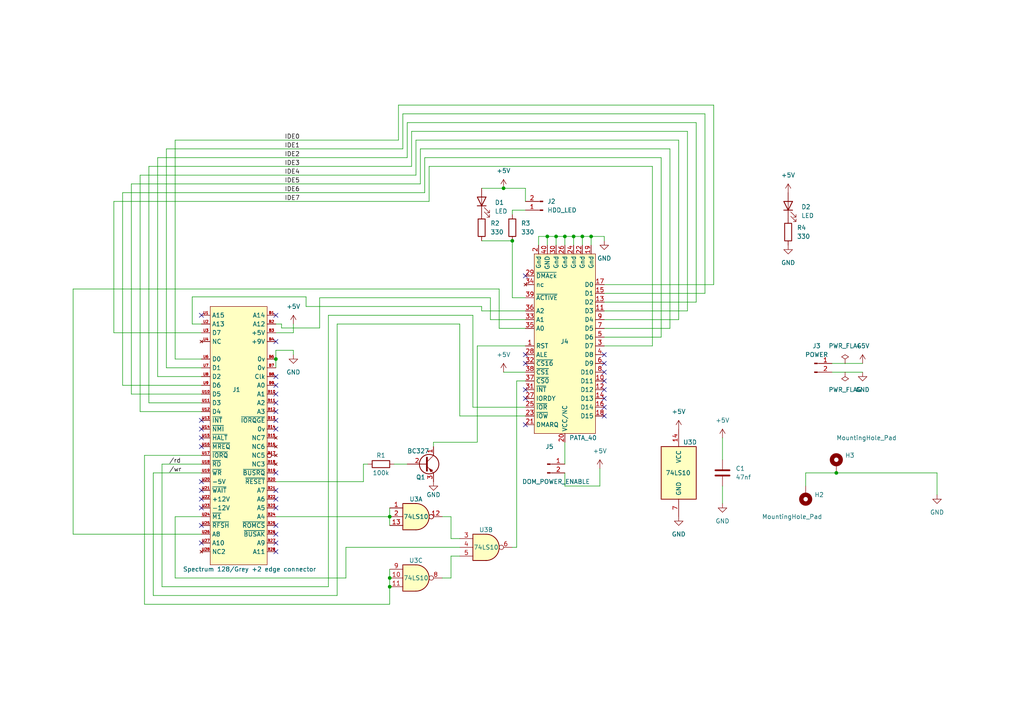
<source format=kicad_sch>
(kicad_sch (version 20211123) (generator eeschema)
  (paper "A4")
  (title_block (title "Simple 8 bit IDE interface with added Buffers") (date "1") (rev "1") (company "Graham Salkin") (comment 1 "Originally by Pera Putnik") (comment 2 "http://www.projectspeccy.com/8-Bit_IDE/Simple_8-bit_IDE_IF_for_Spectrum_+3_v1.0.pdf") (comment 3 "Based on "))
  (lib_symbols
    (symbol "74xx:74LS10" (pin_names (offset 1.016))
      (property "Reference" "U" (at 0 1.27 0))
      (property "Value" "74LS10" (at 0 -1.27 0))
      (symbol "74LS10_1_1"
        (arc (start 0 -3.81) (mid 3.81 0) (end 0 3.81) (stroke (width 0.254)) (fill (type background)))
        (polyline (pts (xy 0 3.81) (xy -3.81 3.81) (xy -3.81 -3.81) (xy 0 -3.81)) (stroke (width 0.254)) (fill (type background)))
        (pin input line (at -7.62 2.54 0) (length 3.81) (name "~") (number "1"))
        (pin output inverted (at 7.62 0 180) (length 3.81) (name "~") (number "12"))
        (pin input line (at -7.62 -2.54 0) (length 3.81) (name "~") (number "13"))
        (pin input line (at -7.62 0 0) (length 3.81) (name "~") (number "2"))
      )
      (symbol "74LS10_1_2"
        (arc (start -3.81 -3.81) (mid -2.589 0) (end -3.81 3.81) (stroke (width 0.254)))
        (arc (start -0.6096 -3.81) (mid 2.1855 -2.584) (end 3.81 0) (stroke (width 0.254)) (fill (type background)))
        (polyline (pts (xy -3.81 -3.81) (xy -0.635 -3.81)) (stroke (width 0.254)) (fill (type background)))
        (polyline (pts (xy -3.81 3.81) (xy -0.635 3.81)) (stroke (width 0.254)) (fill (type background)))
        (polyline (pts (xy -0.635 3.81) (xy -3.81 3.81) (xy -3.81 3.81) (xy -3.556 3.4036) (xy -3.0226 2.2606) (xy -2.6924 1.0414) (xy -2.6162 -0.254) (xy -2.7686 -1.4986) (xy -3.175 -2.7178) (xy -3.81 -3.81) (xy -3.81 -3.81) (xy -0.635 -3.81)) (stroke (width -25.4)) (fill (type background)))
        (arc (start 3.81 0) (mid 2.1928 2.5925) (end -0.6096 3.81) (stroke (width 0.254)) (fill (type background)))
        (pin input inverted (at -7.62 2.54 0) (length 4.318) (name "~") (number "1"))
        (pin output line (at 7.62 0 180) (length 3.81) (name "~") (number "12"))
        (pin input inverted (at -7.62 -2.54 0) (length 4.318) (name "~") (number "13"))
        (pin input inverted (at -7.62 0 0) (length 4.953) (name "~") (number "2"))
      )
      (symbol "74LS10_2_1"
        (arc (start 0 -3.81) (mid 3.81 0) (end 0 3.81) (stroke (width 0.254)) (fill (type background)))
        (polyline (pts (xy 0 3.81) (xy -3.81 3.81) (xy -3.81 -3.81) (xy 0 -3.81)) (stroke (width 0.254)) (fill (type background)))
        (pin input line (at -7.62 2.54 0) (length 3.81) (name "~") (number "3"))
        (pin input line (at -7.62 0 0) (length 3.81) (name "~") (number "4"))
        (pin input line (at -7.62 -2.54 0) (length 3.81) (name "~") (number "5"))
        (pin output inverted (at 7.62 0 180) (length 3.81) (name "~") (number "6"))
      )
      (symbol "74LS10_2_2"
        (arc (start -3.81 -3.81) (mid -2.589 0) (end -3.81 3.81) (stroke (width 0.254)))
        (arc (start -0.6096 -3.81) (mid 2.1855 -2.584) (end 3.81 0) (stroke (width 0.254)) (fill (type background)))
        (polyline (pts (xy -3.81 -3.81) (xy -0.635 -3.81)) (stroke (width 0.254)) (fill (type background)))
        (polyline (pts (xy -3.81 3.81) (xy -0.635 3.81)) (stroke (width 0.254)) (fill (type background)))
        (polyline (pts (xy -0.635 3.81) (xy -3.81 3.81) (xy -3.81 3.81) (xy -3.556 3.4036) (xy -3.0226 2.2606) (xy -2.6924 1.0414) (xy -2.6162 -0.254) (xy -2.7686 -1.4986) (xy -3.175 -2.7178) (xy -3.81 -3.81) (xy -3.81 -3.81) (xy -0.635 -3.81)) (stroke (width -25.4)) (fill (type background)))
        (arc (start 3.81 0) (mid 2.1928 2.5925) (end -0.6096 3.81) (stroke (width 0.254)) (fill (type background)))
        (pin input inverted (at -7.62 2.54 0) (length 4.318) (name "~") (number "3"))
        (pin input inverted (at -7.62 0 0) (length 4.953) (name "~") (number "4"))
        (pin input inverted (at -7.62 -2.54 0) (length 4.318) (name "~") (number "5"))
        (pin output line (at 7.62 0 180) (length 3.81) (name "~") (number "6"))
      )
      (symbol "74LS10_3_1"
        (arc (start 0 -3.81) (mid 3.81 0) (end 0 3.81) (stroke (width 0.254)) (fill (type background)))
        (polyline (pts (xy 0 3.81) (xy -3.81 3.81) (xy -3.81 -3.81) (xy 0 -3.81)) (stroke (width 0.254)) (fill (type background)))
        (pin input line (at -7.62 0 0) (length 3.81) (name "~") (number "10"))
        (pin input line (at -7.62 -2.54 0) (length 3.81) (name "~") (number "11"))
        (pin output inverted (at 7.62 0 180) (length 3.81) (name "~") (number "8"))
        (pin input line (at -7.62 2.54 0) (length 3.81) (name "~") (number "9"))
      )
      (symbol "74LS10_3_2"
        (arc (start -3.81 -3.81) (mid -2.589 0) (end -3.81 3.81) (stroke (width 0.254)))
        (arc (start -0.6096 -3.81) (mid 2.1855 -2.584) (end 3.81 0) (stroke (width 0.254)) (fill (type background)))
        (polyline (pts (xy -3.81 -3.81) (xy -0.635 -3.81)) (stroke (width 0.254)) (fill (type background)))
        (polyline (pts (xy -3.81 3.81) (xy -0.635 3.81)) (stroke (width 0.254)) (fill (type background)))
        (polyline (pts (xy -0.635 3.81) (xy -3.81 3.81) (xy -3.81 3.81) (xy -3.556 3.4036) (xy -3.0226 2.2606) (xy -2.6924 1.0414) (xy -2.6162 -0.254) (xy -2.7686 -1.4986) (xy -3.175 -2.7178) (xy -3.81 -3.81) (xy -3.81 -3.81) (xy -0.635 -3.81)) (stroke (width -25.4)) (fill (type background)))
        (arc (start 3.81 0) (mid 2.1928 2.5925) (end -0.6096 3.81) (stroke (width 0.254)) (fill (type background)))
        (pin input inverted (at -7.62 0 0) (length 4.953) (name "~") (number "10"))
        (pin input inverted (at -7.62 -2.54 0) (length 4.318) (name "~") (number "11"))
        (pin output line (at 7.62 0 180) (length 3.81) (name "~") (number "8"))
        (pin input inverted (at -7.62 2.54 0) (length 4.318) (name "~") (number "9"))
      )
      (symbol "74LS10_4_0"
        (pin power_in line (at 0 12.7 270) (length 5.08) (name "VCC") (number "14"))
        (pin power_in line (at 0 -12.7 90) (length 5.08) (name "GND") (number "7"))
      )
      (symbol "74LS10_4_1"
        (rectangle (start -5.08 7.62) (end 5.08 -7.62) (stroke (width 0.254)) (fill (type background)))
      )
    )
    (symbol "Connector:Conn_01x02_Male" (pin_names (offset 1.016) hide)
      (property "Reference" "J" (at 0 2.54 0))
      (property "Value" "Conn_01x02_Male" (at 0 -5.08 0))
      (symbol "Conn_01x02_Male_1_1"
        (polyline (pts (xy 1.27 -2.54) (xy 0.8636 -2.54)) (stroke (width 0.1524)))
        (polyline (pts (xy 1.27 0) (xy 0.8636 0)) (stroke (width 0.1524)))
        (rectangle (start 0.8636 -2.413) (end 0 -2.667) (stroke (width 0.1524)) (fill (type outline)))
        (rectangle (start 0.8636 0.127) (end 0 -0.127) (stroke (width 0.1524)) (fill (type outline)))
        (pin passive line (at 5.08 0 180) (length 3.81) (name "Pin_1") (number "1"))
        (pin passive line (at 5.08 -2.54 180) (length 3.81) (name "Pin_2") (number "2"))
      )
    )
    (symbol "Device:C" (pin_numbers hide) (pin_names (offset 0.254))
      (property "Reference" "C" (at 0.635 2.54 0))
      (property "Value" "C" (at 0.635 -2.54 0))
      (symbol "C_0_1"
        (polyline (pts (xy -2.032 -0.762) (xy 2.032 -0.762)) (stroke (width 0.508)))
        (polyline (pts (xy -2.032 0.762) (xy 2.032 0.762)) (stroke (width 0.508)))
      )
      (symbol "C_1_1"
        (pin passive line (at 0 3.81 270) (length 2.794) (name "~") (number "1"))
        (pin passive line (at 0 -3.81 90) (length 2.794) (name "~") (number "2"))
      )
    )
    (symbol "Device:LED" (pin_numbers hide) (pin_names (offset 1.016) hide)
      (property "Reference" "D" (at 0 2.54 0))
      (property "Value" "LED" (at 0 -2.54 0))
      (symbol "LED_0_1"
        (polyline (pts (xy -1.27 -1.27) (xy -1.27 1.27)) (stroke (width 0.254)))
        (polyline (pts (xy -1.27 0) (xy 1.27 0)))
        (polyline (pts (xy 1.27 -1.27) (xy 1.27 1.27) (xy -1.27 0) (xy 1.27 -1.27)) (stroke (width 0.254)))
        (polyline (pts (xy -3.048 -0.762) (xy -4.572 -2.286) (xy -3.81 -2.286) (xy -4.572 -2.286) (xy -4.572 -1.524)))
        (polyline (pts (xy -1.778 -0.762) (xy -3.302 -2.286) (xy -2.54 -2.286) (xy -3.302 -2.286) (xy -3.302 -1.524)))
      )
      (symbol "LED_1_1"
        (pin passive line (at -3.81 0 0) (length 2.54) (name "K") (number "1"))
        (pin passive line (at 3.81 0 180) (length 2.54) (name "A") (number "2"))
      )
    )
    (symbol "Device:R" (pin_numbers hide) (pin_names (offset 0))
      (property "Reference" "R" (at 2.032 0 90))
      (property "Value" "R" (at 0 0 90))
      (symbol "R_0_1"
        (rectangle (start -1.016 -2.54) (end 1.016 2.54) (stroke (width 0.254)))
      )
      (symbol "R_1_1"
        (pin passive line (at 0 3.81 270) (length 1.27) (name "~") (number "1"))
        (pin passive line (at 0 -3.81 90) (length 1.27) (name "~") (number "2"))
      )
    )
    (symbol "Mechanical:MountingHole_Pad" (pin_numbers hide) (pin_names (offset 1.016) hide)
      (property "Reference" "H" (at 0 6.35 0))
      (property "Value" "MountingHole_Pad" (at 0 4.445 0))
      (symbol "MountingHole_Pad_0_1"
        (circle (center 0 1.27) (radius 1.27) (stroke (width 1.27)))
      )
      (symbol "MountingHole_Pad_1_1"
        (pin input line (at 0 -2.54 90) (length 2.54) (name "1") (number "1"))
      )
    )
    (symbol "Misc:PATA_40"
      (property "Reference" "J" (at 3.81 -2.54 90))
      (property "Value" "PATA_40" (at 3.81 -10.16 90))
      (symbol "PATA_40_0_1"
        (rectangle (start -5.08 20.32) (end 12.7 -31.75) (stroke (width 0.1524)) (fill (type background)))
      )
      (symbol "PATA_40_1_1"
        (pin input line (at 15.24 -5.08 180) (length 2.54) (name "RST") (number "1"))
        (pin bidirectional line (at -7.62 5.08 0) (length 2.54) (name "D11") (number "10"))
        (pin bidirectional line (at -7.62 -15.24 0) (length 2.54) (name "D3") (number "11"))
        (pin bidirectional line (at -7.62 7.62 0) (length 2.54) (name "D12") (number "12"))
        (pin bidirectional line (at -7.62 -17.78 0) (length 2.54) (name "D2") (number "13"))
        (pin bidirectional line (at -7.62 10.16 0) (length 2.54) (name "D13") (number "14"))
        (pin bidirectional line (at -7.62 -20.32 0) (length 2.54) (name "D1") (number "15"))
        (pin bidirectional line (at -7.62 12.7 0) (length 2.54) (name "D14") (number "16"))
        (pin bidirectional line (at -7.62 -22.86 0) (length 2.54) (name "D0") (number "17"))
        (pin output line (at -7.62 15.24 0) (length 2.54) (name "D15") (number "18"))
        (pin power_in line (at -3.81 -34.29 90) (length 2.54) (name "Gnd") (number "19"))
        (pin power_in line (at 11.43 -34.29 90) (length 2.54) (name "Gnd") (number "2"))
        (pin power_in line (at 3.81 22.86 270) (length 2.54) (name "VCC/NC") (number "20"))
        (pin output line (at 15.24 17.78 180) (length 2.54) (name "DMARQ") (number "21"))
        (pin power_in line (at -1.27 -34.29 90) (length 2.54) (name "Gnd") (number "22"))
        (pin input line (at 15.24 15.24 180) (length 2.54) (name "~{IOW}") (number "23"))
        (pin power_in line (at 1.27 -34.29 90) (length 2.54) (name "Gnd") (number "24"))
        (pin input line (at 15.24 12.7 180) (length 2.54) (name "~{IOR}") (number "25"))
        (pin power_in line (at 3.81 -34.29 90) (length 2.54) (name "Gnd") (number "26"))
        (pin output line (at 15.24 10.16 180) (length 2.54) (name "IORDY") (number "27"))
        (pin input line (at 15.24 -2.54 180) (length 2.54) (name "ALE") (number "28"))
        (pin output line (at 15.24 -25.4 180) (length 2.54) (name "~{DMAck}") (number "29"))
        (pin bidirectional line (at -7.62 -5.08 0) (length 2.54) (name "D7") (number "3"))
        (pin power_in line (at 6.35 -34.29 90) (length 2.54) (name "Gnd") (number "30"))
        (pin output line (at 15.24 7.62 180) (length 2.54) (name "~{INT}") (number "31"))
        (pin input line (at 15.24 0 180) (length 2.54) (name "~{CS16}") (number "32"))
        (pin input line (at 15.24 -12.7 180) (length 2.54) (name "A1") (number "33"))
        (pin no_connect line (at 15.24 -22.86 180) (length 2.54) (name "nc") (number "34"))
        (pin input line (at 15.24 -10.16 180) (length 2.54) (name "A0") (number "35"))
        (pin input line (at 15.24 -15.24 180) (length 2.54) (name "A2") (number "36"))
        (pin input line (at 15.24 5.08 180) (length 2.54) (name "~{CS0}") (number "37"))
        (pin input line (at 15.24 2.54 180) (length 2.54) (name "~{CS1}") (number "38"))
        (pin input line (at 15.24 -19.05 180) (length 2.54) (name "~{ACTIVE}") (number "39"))
        (pin bidirectional line (at -7.62 -2.54 0) (length 2.54) (name "D8") (number "4"))
        (pin power_in line (at 8.89 -34.29 90) (length 2.54) (name "GND") (number "40"))
        (pin bidirectional line (at -7.62 -7.62 0) (length 2.54) (name "D6") (number "5"))
        (pin bidirectional line (at -7.62 0 0) (length 2.54) (name "D9") (number "6"))
        (pin bidirectional line (at -7.62 -10.16 0) (length 2.54) (name "D5") (number "7"))
        (pin bidirectional line (at -7.62 2.54 0) (length 2.54) (name "D10") (number "8"))
        (pin bidirectional line (at -7.62 -12.7 0) (length 2.54) (name "D4") (number "9"))
      )
    )
    (symbol "Spectrum:Spectrum 128{slash}Grey +2 edge connector"
      (property "Reference" "J" (at -5.08 25.4 0))
      (property "Value" "Spectrum 128{slash}Grey +2 edge connector" (at -2.54 -38.1 0))
      (symbol "Spectrum 128{slash}Grey +2 edge connector_0_1"
        (rectangle (start -10.16 38.1) (end 6.35 -36.83) (stroke (width 0.1524)) (fill (type background)))
      )
      (symbol "Spectrum 128{slash}Grey +2 edge connector_1_1"
        (pin bidirectional line (at 8.89 35.56 180) (length 2.54) (name "A14") (number "B1"))
        (pin bidirectional line (at 8.89 12.7 180) (length 2.54) (name "A1") (number "B10"))
        (pin bidirectional line (at 8.89 10.16 180) (length 2.54) (name "A2") (number "B11"))
        (pin bidirectional line (at 8.89 7.62 180) (length 2.54) (name "A3") (number "B12"))
        (pin bidirectional line (at 8.89 5.08 180) (length 2.54) (name "~{IORQGE}") (number "B13"))
        (pin bidirectional line (at 8.89 2.54 180) (length 2.54) (name "0v") (number "B14"))
        (pin no_connect line (at 8.89 0 180) (length 2.54) (name "NC7") (number "B15"))
        (pin no_connect line (at 8.89 -2.54 180) (length 2.54) (name "NC6") (number "B16"))
        (pin no_connect inverted (at 8.89 -5.08 180) (length 2.54) (name "NC5") (number "B17"))
        (pin no_connect line (at 8.89 -7.62 180) (length 2.54) (name "NC3") (number "B18"))
        (pin bidirectional line (at 8.89 -10.16 180) (length 2.54) (name "~{BUSRQ}") (number "B19"))
        (pin bidirectional line (at 8.89 33.02 180) (length 2.54) (name "A12") (number "B2"))
        (pin bidirectional line (at 8.89 -12.7 180) (length 2.54) (name "~{RESET}") (number "B20"))
        (pin bidirectional line (at 8.89 -15.24 180) (length 2.54) (name "A7") (number "B21"))
        (pin tri_state line (at 8.89 -17.78 180) (length 2.54) (name "A6") (number "B22"))
        (pin bidirectional line (at 8.89 -20.32 180) (length 2.54) (name "A5") (number "B23"))
        (pin bidirectional line (at 8.89 -22.86 180) (length 2.54) (name "A4") (number "B24"))
        (pin bidirectional line (at 8.89 -25.4 180) (length 2.54) (name "~{ROMCS}") (number "B25"))
        (pin bidirectional line (at 8.89 -27.94 180) (length 2.54) (name "~{BUSAK}") (number "B26"))
        (pin bidirectional line (at 8.89 -30.48 180) (length 2.54) (name "A9") (number "B27"))
        (pin bidirectional line (at 8.89 -33.02 180) (length 2.54) (name "A11") (number "B28"))
        (pin bidirectional line (at 8.89 30.48 180) (length 2.54) (name "+5V") (number "B3"))
        (pin bidirectional line (at 8.89 27.94 180) (length 2.54) (name "+9V") (number "B4"))
        (pin bidirectional line (at 8.89 22.86 180) (length 2.54) (name "0v") (number "B6"))
        (pin bidirectional line (at 8.89 20.32 180) (length 2.54) (name "0v") (number "B7"))
        (pin bidirectional line (at 8.89 17.78 180) (length 2.54) (name "Clk") (number "B8"))
        (pin bidirectional line (at 8.89 15.24 180) (length 2.54) (name "A0") (number "B9"))
        (pin bidirectional line (at -12.7 35.56 0) (length 2.54) (name "A15") (number "U1"))
        (pin bidirectional line (at -12.7 12.7 0) (length 2.54) (name "D5") (number "U10"))
        (pin bidirectional line (at -12.7 10.16 0) (length 2.54) (name "D3") (number "U11"))
        (pin bidirectional line (at -12.7 7.62 0) (length 2.54) (name "D4") (number "U12"))
        (pin bidirectional line (at -12.7 5.08 0) (length 2.54) (name "~{INT}") (number "U13"))
        (pin bidirectional line (at -12.7 2.54 0) (length 2.54) (name "~{NMI}") (number "U14"))
        (pin bidirectional line (at -12.7 0 0) (length 2.54) (name "~{HALT}") (number "U15"))
        (pin bidirectional line (at -12.7 -2.54 0) (length 2.54) (name "~{MREQ}") (number "U16"))
        (pin bidirectional line (at -12.7 -5.08 0) (length 2.54) (name "~{IORQ}") (number "U17"))
        (pin tri_state line (at -12.7 -7.62 0) (length 2.54) (name "~{RD}") (number "U18"))
        (pin bidirectional line (at -12.7 -10.16 0) (length 2.54) (name "~{WR}") (number "U19"))
        (pin bidirectional line (at -12.7 33.02 0) (length 2.54) (name "A13") (number "U2"))
        (pin power_out line (at -12.7 -12.7 0) (length 2.54) (name "-5V") (number "U20"))
        (pin bidirectional line (at -12.7 -15.24 0) (length 2.54) (name "~{WAIT}") (number "U21"))
        (pin power_out line (at -12.7 -17.78 0) (length 2.54) (name "+12V") (number "U22"))
        (pin power_out line (at -12.7 -20.32 0) (length 2.54) (name "-12V") (number "U23"))
        (pin bidirectional line (at -12.7 -22.86 0) (length 2.54) (name "~{M1}") (number "U24"))
        (pin bidirectional line (at -12.7 -25.4 0) (length 2.54) (name "~{RFSH}") (number "U25"))
        (pin bidirectional line (at -12.7 -27.94 0) (length 2.54) (name "A8") (number "U26"))
        (pin bidirectional line (at -12.7 -30.48 0) (length 2.54) (name "A10") (number "U27"))
        (pin no_connect line (at -12.7 -33.02 0) (length 2.54) (name "NC2") (number "U28"))
        (pin bidirectional line (at -12.7 30.48 0) (length 2.54) (name "D7") (number "U3"))
        (pin no_connect line (at -12.7 27.94 0) (length 2.54) (name "NC") (number "U4"))
        (pin bidirectional line (at -12.7 22.86 0) (length 2.54) (name "D0") (number "U6"))
        (pin bidirectional line (at -12.7 20.32 0) (length 2.54) (name "D1") (number "U7"))
        (pin bidirectional line (at -12.7 17.78 0) (length 2.54) (name "D2") (number "U8"))
        (pin bidirectional line (at -12.7 15.24 0) (length 2.54) (name "D6") (number "U9"))
      )
    )
    (symbol "Transistor_BJT:BC327" (pin_names (offset 0) hide)
      (property "Reference" "Q" (at 5.08 1.905 0))
      (property "Value" "BC327" (at 5.08 0 0))
      (symbol "BC327_0_1"
        (polyline (pts (xy 0.635 0.635) (xy 2.54 2.54)))
        (polyline (pts (xy 0.635 -0.635) (xy 2.54 -2.54) (xy 2.54 -2.54)))
        (polyline (pts (xy 0.635 1.905) (xy 0.635 -1.905) (xy 0.635 -1.905)) (stroke (width 0.508)))
        (polyline (pts (xy 2.286 -1.778) (xy 1.778 -2.286) (xy 1.27 -1.27) (xy 2.286 -1.778) (xy 2.286 -1.778)) (fill (type outline)))
        (circle (center 1.27 0) (radius 2.8194) (stroke (width 0.254)))
      )
      (symbol "BC327_1_1"
        (pin passive line (at 2.54 5.08 270) (length 2.54) (name "C") (number "1"))
        (pin input line (at -5.08 0 0) (length 5.715) (name "B") (number "2"))
        (pin passive line (at 2.54 -5.08 90) (length 2.54) (name "E") (number "3"))
      )
    )
    (symbol "power:+5V" (power) (pin_names (offset 0))
      (property "Value" "+5V" (at 0 3.556 0))
      (symbol "+5V_0_1"
        (polyline (pts (xy -0.762 1.27) (xy 0 2.54)))
        (polyline (pts (xy 0 0) (xy 0 2.54)))
        (polyline (pts (xy 0 2.54) (xy 0.762 1.27)))
      )
      (symbol "+5V_1_1"
        (pin power_in line (at 0 0 90) (length 0) hide (name "+5V") (number "1"))
      )
    )
    (symbol "power:GND" (power) (pin_names (offset 0))
      (property "Value" "GND" (at 0 -3.81 0))
      (symbol "GND_0_1"
        (polyline (pts (xy 0 0) (xy 0 -1.27) (xy 1.27 -1.27) (xy 0 -2.54) (xy -1.27 -1.27) (xy 0 -1.27)))
      )
      (symbol "GND_1_1"
        (pin power_in line (at 0 0 270) (length 0) hide (name "GND") (number "1"))
      )
    )
    (symbol "power:PWR_FLAG" (power) (pin_numbers hide) (pin_names (offset 0) hide)
      (property "Value" "PWR_FLAG" (at 0 3.81 0))
      (symbol "PWR_FLAG_0_0"
        (pin power_out line (at 0 0 90) (length 0) (name "pwr") (number "1"))
      )
      (symbol "PWR_FLAG_0_1"
        (polyline (pts (xy 0 0) (xy 0 1.27) (xy -1.016 1.905) (xy 0 2.54) (xy 1.016 1.905) (xy 0 1.27)))
      )
    )
  )
  (junction (at 158.75 68.58))
  (junction (at 171.45 68.58))
  (junction (at 113.03 167.64))
  (junction (at 166.37 68.58))
  (junction (at 168.91 68.58))
  (junction (at 113.03 170.18))
  (junction (at 161.29 68.58))
  (junction (at 242.57 137.16))
  (junction (at 80.01 104.14))
  (junction (at 148.59 69.85))
  (junction (at 146.05 54.61))
  (junction (at 163.83 68.58))
  (junction (at 113.03 149.86))
  (no_connect (at 152.4 102.87))
  (no_connect (at 152.4 105.41))
  (no_connect (at 152.4 113.03))
  (no_connect (at 152.4 115.57))
  (no_connect (at 152.4 123.19))
  (no_connect (at 80.01 147.32))
  (no_connect (at 80.01 144.78))
  (no_connect (at 80.01 142.24))
  (no_connect (at 80.01 160.02))
  (no_connect (at 80.01 157.48))
  (no_connect (at 80.01 154.94))
  (no_connect (at 80.01 152.4))
  (no_connect (at 175.26 115.57))
  (no_connect (at 175.26 113.03))
  (no_connect (at 175.26 110.49))
  (no_connect (at 175.26 107.95))
  (no_connect (at 175.26 105.41))
  (no_connect (at 175.26 120.65))
  (no_connect (at 175.26 118.11))
  (no_connect (at 175.26 102.87))
  (no_connect (at 80.01 109.22))
  (no_connect (at 80.01 116.84))
  (no_connect (at 80.01 114.3))
  (no_connect (at 80.01 111.76))
  (no_connect (at 80.01 91.44))
  (no_connect (at 80.01 99.06))
  (no_connect (at 58.42 121.92))
  (no_connect (at 58.42 124.46))
  (no_connect (at 58.42 91.44))
  (no_connect (at 80.01 137.16))
  (no_connect (at 80.01 124.46))
  (no_connect (at 80.01 121.92))
  (no_connect (at 80.01 119.38))
  (no_connect (at 58.42 157.48))
  (no_connect (at 58.42 139.7))
  (no_connect (at 58.42 142.24))
  (no_connect (at 58.42 144.78))
  (no_connect (at 58.42 147.32))
  (no_connect (at 58.42 152.4))
  (no_connect (at 58.42 127))
  (no_connect (at 58.42 129.54))
  (no_connect (at 152.4 80.01))
  (wire (pts (xy 233.68 137.16) (xy 242.57 137.16)))
  (wire (pts (xy 105.41 139.7) (xy 105.41 134.62)))
  (wire (pts (xy 189.23 100.33) (xy 189.23 48.26)))
  (wire (pts (xy 123.19 45.72) (xy 191.77 45.72)))
  (wire (pts (xy 45.72 109.22) (xy 45.72 45.72)))
  (wire (pts (xy 152.4 118.11) (xy 137.16 118.11)))
  (wire (pts (xy 204.47 33.02) (xy 116.84 33.02)))
  (wire (pts (xy 113.03 165.1) (xy 113.03 167.64)))
  (wire (pts (xy 113.03 170.18) (xy 113.03 175.26)))
  (wire (pts (xy 33.02 96.52) (xy 58.42 96.52)))
  (wire (pts (xy 43.18 48.26) (xy 43.18 116.84)))
  (wire (pts (xy 92.71 95.123) (xy 92.71 86.36)))
  (wire (pts (xy 142.24 92.71) (xy 142.24 86.36)))
  (wire (pts (xy 21.209 83.82) (xy 144.78 83.82)))
  (wire (pts (xy 80.01 101.6) (xy 85.09 101.6)))
  (wire (pts (xy 88.773 88.9) (xy 139.7 88.9)))
  (wire (pts (xy 50.8 149.86) (xy 58.42 149.86)))
  (wire (pts (xy 123.19 55.88) (xy 123.19 45.72)))
  (wire (pts (xy 58.42 109.22) (xy 45.72 109.22)))
  (wire (pts (xy 199.39 38.1) (xy 119.38 38.1)))
  (wire (pts (xy 189.23 48.26) (xy 124.46 48.26)))
  (wire (pts (xy 41.91 132.08) (xy 41.91 175.26)))
  (wire (pts (xy 21.209 154.94) (xy 21.209 83.82)))
  (wire (pts (xy 38.1 114.3) (xy 58.42 114.3)))
  (wire (pts (xy 194.31 43.18) (xy 121.92 43.18)))
  (wire (pts (xy 163.83 68.58) (xy 163.83 71.12)))
  (wire (pts (xy 204.47 85.09) (xy 204.47 33.02)))
  (wire (pts (xy 95.25 91.44) (xy 137.16 91.44)))
  (wire (pts (xy 35.56 55.88) (xy 123.19 55.88)))
  (wire (pts (xy 138.43 100.33) (xy 152.4 100.33)))
  (wire (pts (xy 242.57 137.16) (xy 271.78 137.16)))
  (wire (pts (xy 161.29 68.58) (xy 163.83 68.58)))
  (wire (pts (xy 128.27 167.64) (xy 130.81 167.64)))
  (wire (pts (xy 58.42 132.08) (xy 41.91 132.08)))
  (wire (pts (xy 58.42 104.14) (xy 50.8 104.14)))
  (wire (pts (xy 166.37 68.58) (xy 166.37 71.12)))
  (wire (pts (xy 149.86 110.49) (xy 149.86 158.75)))
  (wire (pts (xy 146.05 107.95) (xy 152.4 107.95)))
  (wire (pts (xy 44.45 172.72) (xy 97.79 172.72)))
  (wire (pts (xy 133.35 93.98) (xy 133.35 120.65)))
  (wire (pts (xy 139.7 88.9) (xy 139.7 90.17)))
  (wire (pts (xy 241.3 107.95) (xy 250.19 107.95)))
  (wire (pts (xy 166.37 68.58) (xy 168.91 68.58)))
  (wire (pts (xy 40.64 50.8) (xy 120.65 50.8)))
  (wire (pts (xy 45.72 45.72) (xy 118.11 45.72)))
  (wire (pts (xy 33.02 58.42) (xy 33.02 96.52)))
  (wire (pts (xy 115.57 30.48) (xy 207.01 30.48)))
  (wire (pts (xy 48.26 43.18) (xy 116.84 43.18)))
  (wire (pts (xy 113.03 149.86) (xy 113.03 152.4)))
  (wire (pts (xy 58.42 154.94) (xy 21.209 154.94)))
  (wire (pts (xy 199.39 90.17) (xy 199.39 38.1)))
  (wire (pts (xy 100.33 167.64) (xy 100.33 158.75)))
  (wire (pts (xy 173.99 140.97) (xy 173.99 135.89)))
  (wire (pts (xy 163.83 137.16) (xy 163.83 140.97)))
  (wire (pts (xy 92.71 86.36) (xy 142.24 86.36)))
  (wire (pts (xy 158.75 68.58) (xy 158.75 71.12)))
  (wire (pts (xy 156.21 68.58) (xy 156.21 71.12)))
  (wire (pts (xy 209.55 140.97) (xy 209.55 146.05)))
  (wire (pts (xy 233.68 137.16) (xy 233.68 140.97)))
  (wire (pts (xy 138.43 100.33) (xy 138.43 128.27)))
  (wire (pts (xy 115.57 40.64) (xy 115.57 30.48)))
  (wire (pts (xy 139.7 69.85) (xy 148.59 69.85)))
  (wire (pts (xy 48.26 106.68) (xy 58.42 106.68)))
  (wire (pts (xy 116.84 33.02) (xy 116.84 43.18)))
  (wire (pts (xy 35.56 111.76) (xy 35.56 55.88)))
  (wire (pts (xy 171.45 68.58) (xy 171.45 71.12)))
  (wire (pts (xy 152.4 86.36) (xy 148.59 86.36)))
  (wire (pts (xy 209.55 127) (xy 209.55 133.35)))
  (wire (pts (xy 161.29 68.58) (xy 161.29 71.12)))
  (wire (pts (xy 152.4 58.42) (xy 152.4 54.61)))
  (wire (pts (xy 80.01 104.14) (xy 80.01 101.6)))
  (wire (pts (xy 38.1 53.34) (xy 121.92 53.34)))
  (wire (pts (xy 97.79 172.72) (xy 97.79 93.98)))
  (wire (pts (xy 105.41 134.62) (xy 106.68 134.62)))
  (wire (pts (xy 144.78 95.25) (xy 152.4 95.25)))
  (wire (pts (xy 85.09 93.98) (xy 85.09 96.52)))
  (wire (pts (xy 148.59 62.23) (xy 148.59 60.96)))
  (wire (pts (xy 175.26 90.17) (xy 199.39 90.17)))
  (wire (pts (xy 175.26 85.09) (xy 204.47 85.09)))
  (wire (pts (xy 152.4 92.71) (xy 142.24 92.71)))
  (wire (pts (xy 88.773 86.106) (xy 55.753 86.106)))
  (wire (pts (xy 113.03 167.64) (xy 113.03 170.18)))
  (wire (pts (xy 175.26 97.79) (xy 191.77 97.79)))
  (wire (pts (xy 175.26 95.25) (xy 194.31 95.25)))
  (wire (pts (xy 241.3 105.41) (xy 250.19 105.41)))
  (wire (pts (xy 148.59 158.75) (xy 149.86 158.75)))
  (wire (pts (xy 58.42 119.38) (xy 40.64 119.38)))
  (wire (pts (xy 146.05 54.61) (xy 152.4 54.61)))
  (wire (pts (xy 149.86 110.49) (xy 152.4 110.49)))
  (wire (pts (xy 81.661 95.123) (xy 92.71 95.123)))
  (wire (pts (xy 48.26 43.18) (xy 48.26 106.68)))
  (wire (pts (xy 44.45 137.16) (xy 44.45 172.72)))
  (wire (pts (xy 139.7 90.17) (xy 152.4 90.17)))
  (wire (pts (xy 201.93 35.56) (xy 201.93 87.63)))
  (wire (pts (xy 100.33 158.75) (xy 133.35 158.75)))
  (wire (pts (xy 175.26 68.58) (xy 175.26 69.85)))
  (wire (pts (xy 191.77 45.72) (xy 191.77 97.79)))
  (wire (pts (xy 80.01 106.68) (xy 80.01 104.14)))
  (wire (pts (xy 158.75 68.58) (xy 161.29 68.58)))
  (wire (pts (xy 88.773 88.9) (xy 88.773 86.106)))
  (wire (pts (xy 81.661 93.98) (xy 81.661 95.123)))
  (wire (pts (xy 130.81 156.21) (xy 130.81 149.86)))
  (wire (pts (xy 133.35 120.65) (xy 152.4 120.65)))
  (wire (pts (xy 168.91 68.58) (xy 171.45 68.58)))
  (wire (pts (xy 55.753 93.98) (xy 55.753 86.106)))
  (wire (pts (xy 207.01 30.48) (xy 207.01 82.55)))
  (wire (pts (xy 119.38 38.1) (xy 119.38 48.26)))
  (wire (pts (xy 163.83 68.58) (xy 166.37 68.58)))
  (wire (pts (xy 148.59 86.36) (xy 148.59 69.85)))
  (wire (pts (xy 113.03 147.32) (xy 113.03 149.86)))
  (wire (pts (xy 43.18 48.26) (xy 119.38 48.26)))
  (wire (pts (xy 43.18 116.84) (xy 58.42 116.84)))
  (wire (pts (xy 120.65 40.64) (xy 196.85 40.64)))
  (wire (pts (xy 33.02 58.42) (xy 124.46 58.42)))
  (wire (pts (xy 80.01 96.52) (xy 85.09 96.52)))
  (wire (pts (xy 175.26 82.55) (xy 207.01 82.55)))
  (wire (pts (xy 175.26 87.63) (xy 201.93 87.63)))
  (wire (pts (xy 50.8 167.64) (xy 100.33 167.64)))
  (wire (pts (xy 175.26 92.71) (xy 196.85 92.71)))
  (wire (pts (xy 130.81 149.86) (xy 128.27 149.86)))
  (wire (pts (xy 271.78 137.16) (xy 271.78 143.51)))
  (wire (pts (xy 148.59 60.96) (xy 152.4 60.96)))
  (wire (pts (xy 38.1 53.34) (xy 38.1 114.3)))
  (wire (pts (xy 137.16 118.11) (xy 137.16 91.44)))
  (wire (pts (xy 118.11 45.72) (xy 118.11 35.56)))
  (wire (pts (xy 85.09 101.6) (xy 85.09 102.87)))
  (wire (pts (xy 80.01 93.98) (xy 81.661 93.98)))
  (wire (pts (xy 194.31 95.25) (xy 194.31 43.18)))
  (wire (pts (xy 95.25 170.18) (xy 46.99 170.18)))
  (wire (pts (xy 50.8 104.14) (xy 50.8 40.64)))
  (wire (pts (xy 46.99 134.62) (xy 58.42 134.62)))
  (wire (pts (xy 80.01 139.7) (xy 105.41 139.7)))
  (wire (pts (xy 58.42 93.98) (xy 55.753 93.98)))
  (wire (pts (xy 41.91 175.26) (xy 113.03 175.26)))
  (wire (pts (xy 130.81 161.29) (xy 133.35 161.29)))
  (wire (pts (xy 196.85 40.64) (xy 196.85 92.71)))
  (wire (pts (xy 97.79 93.98) (xy 133.35 93.98)))
  (wire (pts (xy 50.8 40.64) (xy 115.57 40.64)))
  (wire (pts (xy 46.99 134.62) (xy 46.99 170.18)))
  (wire (pts (xy 44.45 137.16) (xy 58.42 137.16)))
  (wire (pts (xy 171.45 68.58) (xy 175.26 68.58)))
  (wire (pts (xy 80.01 149.86) (xy 113.03 149.86)))
  (wire (pts (xy 144.78 83.82) (xy 144.78 95.25)))
  (wire (pts (xy 163.83 140.97) (xy 173.99 140.97)))
  (wire (pts (xy 130.81 167.64) (xy 130.81 161.29)))
  (wire (pts (xy 168.91 68.58) (xy 168.91 71.12)))
  (wire (pts (xy 163.83 128.27) (xy 163.83 134.62)))
  (wire (pts (xy 58.42 111.76) (xy 35.56 111.76)))
  (wire (pts (xy 156.21 68.58) (xy 158.75 68.58)))
  (wire (pts (xy 139.7 54.61) (xy 146.05 54.61)))
  (wire (pts (xy 175.26 100.33) (xy 189.23 100.33)))
  (wire (pts (xy 50.8 149.86) (xy 50.8 167.64)))
  (wire (pts (xy 114.3 134.62) (xy 118.11 134.62)))
  (wire (pts (xy 133.35 156.21) (xy 130.81 156.21)))
  (wire (pts (xy 95.25 91.44) (xy 95.25 170.18)))
  (wire (pts (xy 121.92 43.18) (xy 121.92 53.34)))
  (wire (pts (xy 40.64 119.38) (xy 40.64 50.8)))
  (wire (pts (xy 124.46 48.26) (xy 124.46 58.42)))
  (wire (pts (xy 118.11 35.56) (xy 201.93 35.56)))
  (wire (pts (xy 120.65 50.8) (xy 120.65 40.64)))
  (wire (pts (xy 125.73 128.27) (xy 125.73 129.54)))
  (wire (pts (xy 125.73 128.27) (xy 138.43 128.27)))
  (label "IDE1" (at 82.55 43.18 0))
  (label "IDE0" (at 82.55 40.64 0))
  (label "IDE7" (at 82.55 58.42 0))
  (label "IDE4" (at 82.55 50.8 0))
  (label "{slash}rd" (at 49.022 134.62 0))
  (label "IDE5" (at 82.55 53.34 0))
  (label "IDE2" (at 82.55 45.72 0))
  (label "IDE6" (at 82.55 55.88 0))
  (label "{slash}wr" (at 49.022 137.16 0))
  (label "IDE3" (at 82.55 48.26 0))
  (symbol (lib_id "power:+5V") (at 196.85 124.46 0) (unit 1)
    (property "Reference" "#PWR0102" (effects hide))
    (property "Value" "+5V" (at 196.85 119.38 0))
  )
  (symbol (lib_id "74xx:74LS10") (at 140.97 158.75 0) (unit 2)
    (property "Reference" "U3" (at 140.97 153.67 0))
    (property "Value" "74LS10" (at 140.97 158.75 0))
    (property "Footprint" "Package_DIP:DIP-14_W7.62mm_LongPads" (effects hide))
    (property "Datasheet" "http://www.ti.com/lit/gpn/sn74LS10" (effects hide))
  )
  (symbol (lib_id "power:GND") (at 209.55 146.05 0) (unit 1)
    (property "Reference" "#PWR019" (effects hide))
    (property "Value" "GND" (at 209.55 151.13 0))
  )
  (symbol (lib_id "Connector:Conn_01x02_Male") (at 158.75 134.62 0) (unit 1)
    (property "Reference" "J5" (at 159.385 129.54 0))
    (property "Value" "DOM_POWER_ENABLE" (at 161.29 139.7 0))
    (property "Footprint" "Connector_PinHeader_2.54mm:PinHeader_1x02_P2.54mm_Horizontal" (effects hide))
  )
  (symbol (lib_id "Spectrum:Spectrum 128{slash}Grey +2 edge connector") (at 71.12 127 0) (unit 1)
    (property "Reference" "J1" (at 68.58 113.03 0))
    (property "Value" "Spectrum 128/Grey +2 edge connector" (at 72.39 165.1 0))
    (property "Footprint" "Spectrum:Speccy_edge_External" (effects hide))
  )
  (symbol (lib_id "power:GND") (at 196.85 149.86 0) (unit 1)
    (property "Reference" "#PWR017" (effects hide))
    (property "Value" "GND" (at 196.85 154.94 0))
  )
  (symbol (lib_id "74xx:74LS10") (at 120.65 149.86 0) (unit 1)
    (property "Reference" "U3" (at 120.65 144.78 0))
    (property "Value" "74LS10" (at 120.65 149.86 0))
    (property "Footprint" "Package_DIP:DIP-14_W7.62mm_LongPads" (effects hide))
    (property "Datasheet" "http://www.ti.com/lit/gpn/sn74LS10" (effects hide))
  )
  (symbol (lib_id "Misc:PATA_40") (at 167.64 105.41 180) (unit 1)
    (property "Reference" "J4" (at 162.56 99.06 0) (effects (justify right)))
    (property "Value" "PATA_40" (at 165.1 127 0) (effects (justify right)))
    (property "Footprint" "Connector_PinHeader_2.54mm:PinHeader_2x20_P2.54mm_Vertical" (effects hide))
    (property "Datasheet" "https://old.pinouts.ru/HD/Ata44Internal_pinout.shtml" (effects hide))
  )
  (symbol (lib_id "power:+5V") (at 146.05 54.61 0) (unit 1)
    (property "Reference" "#PWR0106" (effects hide))
    (property "Value" "+5V" (at 146.05 49.53 0))
  )
  (symbol (lib_id "Device:LED") (at 228.6 59.69 90) (unit 1)
    (property "Reference" "D2" (at 232.41 60.0074 90) (effects (justify right)))
    (property "Value" "LED" (at 232.41 62.5474 90) (effects (justify right)))
    (property "Footprint" "LED_THT:LED_D5.0mm" (effects hide))
  )
  (symbol (lib_id "power:GND") (at 85.09 102.87 0) (unit 1)
    (property "Reference" "#PWR05" (effects hide))
    (property "Value" "GND" (at 85.09 107.95 0))
  )
  (symbol (lib_id "Device:C") (at 209.55 137.16 0) (unit 1)
    (property "Reference" "C1" (at 213.36 135.8899 0) (effects (justify left)))
    (property "Value" "47nf" (at 213.36 138.4299 0) (effects (justify left)))
    (property "Footprint" "Capacitor_THT:C_Disc_D3.0mm_W1.6mm_P2.50mm" (effects hide))
  )
  (symbol (lib_id "Device:R") (at 228.6 67.31 0) (unit 1)
    (property "Reference" "R4" (at 231.14 66.0399 0) (effects (justify left)))
    (property "Value" "330" (at 231.14 68.5799 0) (effects (justify left)))
    (property "Footprint" "Resistor_THT:R_Axial_DIN0207_L6.3mm_D2.5mm_P7.62mm_Horizontal" (effects hide))
  )
  (symbol (lib_id "Transistor_BJT:BC327") (at 123.19 134.62 0) (unit 1)
    (property "Reference" "Q1" (at 120.65 138.43 0) (effects (justify left)))
    (property "Value" "BC327" (at 118.11 130.81 0) (effects (justify left)))
    (property "Footprint" "Package_TO_SOT_THT:TO-92_Inline" (effects hide))
    (property "Datasheet" "http://www.onsemi.com/pub_link/Collateral/BC327-D.PDF" (effects hide))
  )
  (symbol (lib_id "74xx:74LS10") (at 196.85 137.16 0) (unit 4)
    (property "Reference" "U3" (at 198.12 128.27 0) (effects (justify left)))
    (property "Value" "74LS10" (at 193.04 137.16 0) (effects (justify left)))
    (property "Footprint" "Package_DIP:DIP-14_W7.62mm_LongPads" (effects hide))
    (property "Datasheet" "http://www.ti.com/lit/gpn/sn74LS10" (effects hide))
  )
  (symbol (lib_id "Device:R") (at 148.59 66.04 0) (unit 1)
    (property "Reference" "R3" (at 151.13 64.7699 0) (effects (justify left)))
    (property "Value" "330" (at 151.13 67.3099 0) (effects (justify left)))
    (property "Footprint" "Resistor_THT:R_Axial_DIN0207_L6.3mm_D2.5mm_P7.62mm_Horizontal" (effects hide))
  )
  (symbol (lib_id "power:+5V") (at 146.05 107.95 0) (unit 1)
    (property "Reference" "#PWR0105" (effects hide))
    (property "Value" "+5V" (at 146.05 102.87 0))
  )
  (symbol (lib_id "power:+5V") (at 173.99 135.89 0) (unit 1)
    (property "Reference" "#PWR0101" (effects hide))
    (property "Value" "+5V" (at 173.99 130.81 0))
  )
  (symbol (lib_id "power:PWR_FLAG") (at 245.11 107.95 180) (unit 1)
    (property "Reference" "#FLG0102" (effects hide))
    (property "Value" "PWR_FLAG" (at 245.11 113.03 0))
  )
  (symbol (lib_id "power:+5V") (at 228.6 55.88 0) (unit 1)
    (property "Reference" "#PWR01" (effects hide))
    (property "Value" "+5V" (at 228.6 50.8 0))
  )
  (symbol (lib_id "power:+5V") (at 250.19 105.41 0) (unit 1)
    (property "Reference" "#PWR0103" (effects hide))
    (property "Value" "+5V" (at 250.19 100.33 0))
  )
  (symbol (lib_id "power:GND") (at 228.6 71.12 0) (unit 1)
    (property "Reference" "#PWR02" (effects hide))
    (property "Value" "GND" (at 228.6 76.2 0))
  )
  (symbol (lib_id "Device:R") (at 110.49 134.62 90) (unit 1)
    (property "Reference" "R1" (at 110.49 132.08 90))
    (property "Value" "100k" (at 110.49 137.16 90))
    (property "Footprint" "Resistor_THT:R_Axial_DIN0207_L6.3mm_D2.5mm_P7.62mm_Horizontal" (effects hide))
  )
  (symbol (lib_id "power:PWR_FLAG") (at 245.11 105.41 0) (unit 1)
    (property "Reference" "#FLG0101" (effects hide))
    (property "Value" "PWR_FLAG" (at 245.11 100.33 0))
  )
  (symbol (lib_id "power:+5V") (at 85.09 93.98 0) (unit 1)
    (property "Reference" "#PWR0109" (effects hide))
    (property "Value" "+5V" (at 85.09 88.9 0))
  )
  (symbol (lib_id "Connector:Conn_01x02_Male") (at 236.22 105.41 0) (unit 1)
    (property "Reference" "J3" (at 236.855 100.33 0))
    (property "Value" "POWER" (at 236.855 102.87 0))
    (property "Footprint" "Connector_PinHeader_2.54mm:PinHeader_1x02_P2.54mm_Horizontal" (effects hide))
  )
  (symbol (lib_id "Device:LED") (at 139.7 58.42 90) (unit 1)
    (property "Reference" "D1" (at 143.51 58.7374 90) (effects (justify right)))
    (property "Value" "LED" (at 143.51 61.2774 90) (effects (justify right)))
    (property "Footprint" "LED_THT:LED_D5.0mm" (effects hide))
  )
  (symbol (lib_id "Mechanical:MountingHole_Pad") (at 233.68 143.51 180) (unit 1)
    (property "Reference" "H2" (at 236.22 143.5099 0) (effects (justify right)))
    (property "Value" "MountingHole_Pad" (at 220.98 149.86 0) (effects (justify right)))
    (property "Footprint" "MountingHole:MountingHole_3.5mm" (effects hide))
  )
  (symbol (lib_id "power:+5V") (at 209.55 127 0) (unit 1)
    (property "Reference" "#PWR0104" (effects hide))
    (property "Value" "+5V" (at 209.55 121.92 0))
  )
  (symbol (lib_id "power:GND") (at 250.19 107.95 0) (unit 1)
    (property "Reference" "#PWR020" (effects hide))
    (property "Value" "GND" (at 250.19 113.03 0))
  )
  (symbol (lib_id "power:GND") (at 175.26 69.85 0) (unit 1)
    (property "Reference" "#PWR015" (effects hide))
    (property "Value" "GND" (at 175.26 74.93 0))
  )
  (symbol (lib_id "Mechanical:MountingHole_Pad") (at 242.57 134.62 0) (unit 1)
    (property "Reference" "H3" (at 245.11 132.0799 0) (effects (justify left)))
    (property "Value" "MountingHole_Pad" (at 242.57 127 0) (effects (justify left)))
    (property "Footprint" "MountingHole:MountingHole_3.5mm" (effects hide))
  )
  (symbol (lib_id "power:GND") (at 271.78 143.51 0) (unit 1)
    (property "Reference" "#PWR0107" (effects hide))
    (property "Value" "GND" (at 271.78 148.59 0))
  )
  (symbol (lib_id "Device:R") (at 139.7 66.04 0) (unit 1)
    (property "Reference" "R2" (at 142.24 64.7699 0) (effects (justify left)))
    (property "Value" "330" (at 142.24 67.3099 0) (effects (justify left)))
    (property "Footprint" "Resistor_THT:R_Axial_DIN0207_L6.3mm_D2.5mm_P7.62mm_Horizontal" (effects hide))
  )
  (symbol (lib_id "74xx:74LS10") (at 120.65 167.64 0) (unit 3)
    (property "Reference" "U3" (at 120.65 162.56 0))
    (property "Value" "74LS10" (at 120.65 167.64 0))
    (property "Footprint" "Package_DIP:DIP-14_W7.62mm_LongPads" (effects hide))
    (property "Datasheet" "http://www.ti.com/lit/gpn/sn74LS10" (effects hide))
  )
  (symbol (lib_id "power:GND") (at 125.73 139.7 0) (unit 1)
    (property "Reference" "#PWR011" (effects hide))
    (property "Value" "GND" (at 125.73 143.51 0))
  )
  (symbol (lib_id "Connector:Conn_01x02_Male") (at 157.48 60.96 180) (unit 1)
    (property "Reference" "J2" (at 158.75 58.4199 0) (effects (justify right)))
    (property "Value" "HDD_LED" (at 158.75 60.9599 0) (effects (justify right)))
    (property "Footprint" "Connector_PinHeader_2.54mm:PinHeader_1x02_P2.54mm_Horizontal" (effects hide))
  )
)
</source>
